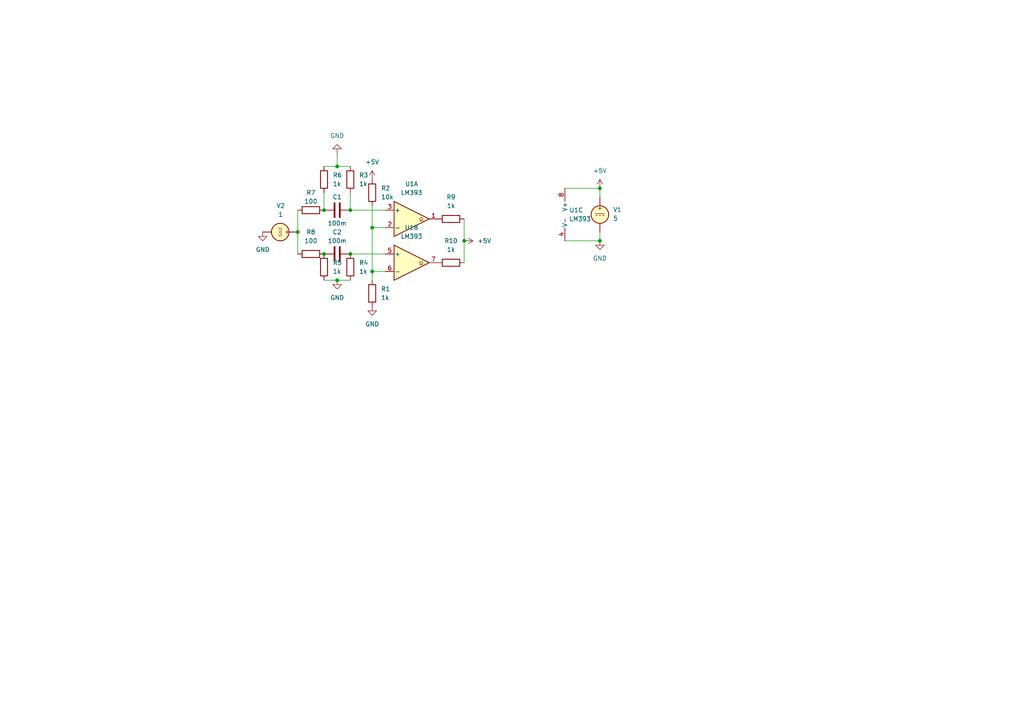
<source format=kicad_sch>
(kicad_sch (version 20230121) (generator eeschema)
  (paper "A4")
  (lib_symbols
    (symbol "Comparator:LM393" (pin_names (offset 0.127))
      (property "Reference" "U" (at 3.81 3.81 0))
      (property "Value" "LM393" (at 6.35 -3.81 0))
      (symbol "LM393_1_1"
        (polyline (pts (xy -5.08 5.08) (xy 5.08 0) (xy -5.08 -5.08) (xy -5.08 5.08)) (stroke (width 0.254)) (fill (type background)))
        (polyline (pts (xy 3.302 -0.508) (xy 2.794 -0.508) (xy 3.302 0) (xy 2.794 0.508) (xy 2.286 0) (xy 2.794 -0.508) (xy 2.286 -0.508)) (stroke (width 0.127)))
        (pin open_collector line (at 7.62 0 180) (length 2.54) (name "~") (number "1"))
        (pin input line (at -7.62 -2.54 0) (length 2.54) (name "-") (number "2"))
        (pin input line (at -7.62 2.54 0) (length 2.54) (name "+") (number "3"))
      )
      (symbol "LM393_2_1"
        (polyline (pts (xy -5.08 5.08) (xy 5.08 0) (xy -5.08 -5.08) (xy -5.08 5.08)) (stroke (width 0.254)) (fill (type background)))
        (polyline (pts (xy 3.302 -0.508) (xy 2.794 -0.508) (xy 3.302 0) (xy 2.794 0.508) (xy 2.286 0) (xy 2.794 -0.508) (xy 2.286 -0.508)) (stroke (width 0.127)))
        (pin input line (at -7.62 2.54 0) (length 2.54) (name "+") (number "5"))
        (pin input line (at -7.62 -2.54 0) (length 2.54) (name "-") (number "6"))
        (pin open_collector line (at 7.62 0 180) (length 2.54) (name "~") (number "7"))
      )
      (symbol "LM393_3_1"
        (pin power_in line (at -2.54 -7.62 90) (length 3.81) (name "V-") (number "4"))
        (pin power_in line (at -2.54 7.62 270) (length 3.81) (name "V+") (number "8"))
      )
    )
    (symbol "Device:C" (pin_numbers hide) (pin_names (offset 0.254))
      (property "Reference" "C" (at 0.635 2.54 0))
      (property "Value" "C" (at 0.635 -2.54 0))
      (symbol "C_0_1"
        (polyline (pts (xy -2.032 -0.762) (xy 2.032 -0.762)) (stroke (width 0.508)))
        (polyline (pts (xy -2.032 0.762) (xy 2.032 0.762)) (stroke (width 0.508)))
      )
      (symbol "C_1_1"
        (pin passive line (at 0 3.81 270) (length 2.794) (name "~") (number "1"))
        (pin passive line (at 0 -3.81 90) (length 2.794) (name "~") (number "2"))
      )
    )
    (symbol "Device:R" (pin_numbers hide) (pin_names (offset 0))
      (property "Reference" "R" (at 2.032 0 90))
      (property "Value" "R" (at 0 0 90))
      (symbol "R_0_1"
        (rectangle (start -1.016 -2.54) (end 1.016 2.54) (stroke (width 0.254)))
      )
      (symbol "R_1_1"
        (pin passive line (at 0 3.81 270) (length 1.27) (name "~") (number "1"))
        (pin passive line (at 0 -3.81 90) (length 1.27) (name "~") (number "2"))
      )
    )
    (symbol "Simulation_SPICE:VDC" (pin_numbers hide) (pin_names (offset 0.0254))
      (property "Reference" "V" (at 2.54 2.54 0))
      (property "Value" "1" (at 2.54 0 0))
      (symbol "VDC_0_0"
        (polyline (pts (xy -1.27 0.254) (xy 1.27 0.254)))
        (polyline (pts (xy -0.762 -0.254) (xy -1.27 -0.254)))
        (polyline (pts (xy 0.254 -0.254) (xy -0.254 -0.254)))
        (polyline (pts (xy 1.27 -0.254) (xy 0.762 -0.254)))
        (text "+" (at 0 1.905 0) (effects (font (size 1.27 1.27))))
      )
      (symbol "VDC_0_1"
        (circle (center 0 0) (radius 2.54) (stroke (width 0.254)) (fill (type background)))
      )
      (symbol "VDC_1_1"
        (pin passive line (at 0 5.08 270) (length 2.54) (name "~") (number "1"))
        (pin passive line (at 0 -5.08 90) (length 2.54) (name "~") (number "2"))
      )
    )
    (symbol "power:+5V" (power) (pin_names (offset 0))
      (property "Value" "+5V" (at 0 3.556 0))
      (symbol "+5V_0_1"
        (polyline (pts (xy -0.762 1.27) (xy 0 2.54)))
        (polyline (pts (xy 0 0) (xy 0 2.54)))
        (polyline (pts (xy 0 2.54) (xy 0.762 1.27)))
      )
      (symbol "+5V_1_1"
        (pin power_in line (at 0 0 90) (length 0) hide (name "+5V") (number "1"))
      )
    )
    (symbol "power:GND" (power) (pin_names (offset 0))
      (property "Value" "GND" (at 0 -3.81 0))
      (symbol "GND_0_1"
        (polyline (pts (xy 0 0) (xy 0 -1.27) (xy 1.27 -1.27) (xy 0 -2.54) (xy -1.27 -1.27) (xy 0 -1.27)))
      )
      (symbol "GND_1_1"
        (pin power_in line (at 0 0 270) (length 0) hide (name "GND") (number "1"))
      )
    )
  )
  (junction (at 134.62 69.85))
  (junction (at 86.36 67.31))
  (junction (at 93.98 73.66))
  (junction (at 173.99 54.61))
  (junction (at 97.79 81.28))
  (junction (at 101.6 60.96))
  (junction (at 107.95 66.04))
  (junction (at 93.98 60.96))
  (junction (at 97.79 48.26))
  (junction (at 101.6 73.66))
  (junction (at 173.99 69.85))
  (junction (at 107.95 78.74))
  (wire (pts (xy 101.6 60.96) (xy 111.76 60.96)))
  (wire (pts (xy 97.79 81.28) (xy 101.6 81.28)))
  (wire (pts (xy 173.99 54.61) (xy 173.99 57.15)))
  (wire (pts (xy 163.83 54.61) (xy 173.99 54.61)))
  (wire (pts (xy 93.98 55.88) (xy 93.98 60.96)))
  (wire (pts (xy 93.98 81.28) (xy 97.79 81.28)))
  (wire (pts (xy 97.79 48.26) (xy 101.6 48.26)))
  (wire (pts (xy 134.62 69.85) (xy 134.62 76.2)))
  (wire (pts (xy 97.79 44.45) (xy 97.79 48.26)))
  (wire (pts (xy 134.62 63.5) (xy 134.62 69.85)))
  (wire (pts (xy 173.99 69.85) (xy 173.99 67.31)))
  (wire (pts (xy 86.36 67.31) (xy 86.36 73.66)))
  (wire (pts (xy 111.76 66.04) (xy 107.95 66.04)))
  (wire (pts (xy 101.6 55.88) (xy 101.6 60.96)))
  (wire (pts (xy 107.95 81.28) (xy 107.95 78.74)))
  (wire (pts (xy 101.6 73.66) (xy 111.76 73.66)))
  (wire (pts (xy 163.83 69.85) (xy 173.99 69.85)))
  (wire (pts (xy 107.95 78.74) (xy 111.76 78.74)))
  (wire (pts (xy 107.95 66.04) (xy 107.95 78.74)))
  (wire (pts (xy 93.98 48.26) (xy 97.79 48.26)))
  (wire (pts (xy 107.95 59.69) (xy 107.95 66.04)))
  (wire (pts (xy 86.36 60.96) (xy 86.36 67.31)))
  (symbol (lib_id "Device:C") (at 97.79 60.96 270) (unit 1)
    (property "Reference" "C1" (at 97.79 57.15 90))
    (property "Value" "100m" (at 97.79 64.77 90))
  )
  (symbol (lib_id "Device:R") (at 101.6 77.47 0) (unit 1)
    (property "Reference" "R4" (at 104.14 76.2 0) (effects (justify left)))
    (property "Value" "1k" (at 104.14 78.74 0) (effects (justify left)))
  )
  (symbol (lib_id "Device:R") (at 130.81 63.5 90) (unit 1)
    (property "Reference" "R9" (at 130.81 57.15 90))
    (property "Value" "1k" (at 130.81 59.69 90))
  )
  (symbol (lib_id "Simulation_SPICE:VDC") (at 173.99 62.23 0) (unit 1)
    (property "Reference" "V1" (at 177.8 60.8302 0) (effects (justify left)))
    (property "Value" "5" (at 177.8 63.3702 0) (effects (justify left)))
    (property "Sim.Pins" "1=+ 2=-" (effects hide))
    (property "Sim.Type" "DC" (effects hide))
    (property "Sim.Device" "V" (effects hide))
  )
  (symbol (lib_id "Device:R") (at 130.81 76.2 90) (unit 1)
    (property "Reference" "R10" (at 130.81 69.85 90))
    (property "Value" "1k" (at 130.81 72.39 90))
  )
  (symbol (lib_id "power:GND") (at 97.79 44.45 180) (unit 1)
    (property "Reference" "#PWR07" (effects hide))
    (property "Value" "GND" (at 97.79 39.37 0))
  )
  (symbol (lib_id "power:+5V") (at 173.99 54.61 0) (unit 1)
    (property "Reference" "#PWR02" (effects hide))
    (property "Value" "+5V" (at 173.99 49.53 0))
  )
  (symbol (lib_id "power:+5V") (at 107.95 52.07 0) (unit 1)
    (property "Reference" "#PWR04" (effects hide))
    (property "Value" "+5V" (at 107.95 46.99 0))
  )
  (symbol (lib_id "Comparator:LM393") (at 119.38 63.5 0) (unit 1)
    (property "Reference" "U1" (at 119.38 53.34 0))
    (property "Value" "LM393" (at 119.38 55.88 0))
    (property "Datasheet" "http://www.ti.com/lit/ds/symlink/lm393.pdf" (effects hide))
  )
  (symbol (lib_id "Device:R") (at 107.95 55.88 0) (unit 1)
    (property "Reference" "R2" (at 110.49 54.61 0) (effects (justify left)))
    (property "Value" "10k" (at 110.49 57.15 0) (effects (justify left)))
  )
  (symbol (lib_id "Device:R") (at 90.17 73.66 90) (unit 1)
    (property "Reference" "R8" (at 90.17 67.31 90))
    (property "Value" "100" (at 90.17 69.85 90))
  )
  (symbol (lib_id "Device:R") (at 90.17 60.96 90) (unit 1)
    (property "Reference" "R7" (at 90.17 55.88 90))
    (property "Value" "100" (at 90.17 58.42 90))
  )
  (symbol (lib_id "power:GND") (at 76.2 67.31 0) (unit 1)
    (property "Reference" "#PWR05" (effects hide))
    (property "Value" "GND" (at 76.2 72.39 0))
  )
  (symbol (lib_id "Comparator:LM393") (at 166.37 62.23 0) (unit 3)
    (property "Reference" "U1" (at 165.1 60.96 0) (effects (justify left)))
    (property "Value" "LM393" (at 165.1 63.5 0) (effects (justify left)))
    (property "Datasheet" "http://www.ti.com/lit/ds/symlink/lm393.pdf" (effects hide))
  )
  (symbol (lib_id "Comparator:LM393") (at 119.38 76.2 0) (unit 2)
    (property "Reference" "U1" (at 119.38 66.04 0))
    (property "Value" "LM393" (at 119.38 68.58 0))
    (property "Datasheet" "http://www.ti.com/lit/ds/symlink/lm393.pdf" (effects hide))
  )
  (symbol (lib_id "Device:R") (at 93.98 77.47 0) (unit 1)
    (property "Reference" "R5" (at 96.52 76.2 0) (effects (justify left)))
    (property "Value" "1k" (at 96.52 78.74 0) (effects (justify left)))
  )
  (symbol (lib_id "power:GND") (at 97.79 81.28 0) (unit 1)
    (property "Reference" "#PWR06" (effects hide))
    (property "Value" "GND" (at 97.79 86.36 0))
  )
  (symbol (lib_id "Device:R") (at 101.6 52.07 0) (unit 1)
    (property "Reference" "R3" (at 104.14 50.8 0) (effects (justify left)))
    (property "Value" "1k" (at 104.14 53.34 0) (effects (justify left)))
  )
  (symbol (lib_id "power:GND") (at 107.95 88.9 0) (unit 1)
    (property "Reference" "#PWR03" (effects hide))
    (property "Value" "GND" (at 107.95 93.98 0))
  )
  (symbol (lib_id "power:GND") (at 173.99 69.85 0) (unit 1)
    (property "Reference" "#PWR01" (effects hide))
    (property "Value" "GND" (at 173.99 74.93 0))
  )
  (symbol (lib_id "Device:R") (at 107.95 85.09 0) (unit 1)
    (property "Reference" "R1" (at 110.49 83.82 0) (effects (justify left)))
    (property "Value" "1k" (at 110.49 86.36 0) (effects (justify left)))
  )
  (symbol (lib_id "Device:C") (at 97.79 73.66 270) (unit 1)
    (property "Reference" "C2" (at 97.79 67.31 90))
    (property "Value" "100m" (at 97.79 69.85 90))
  )
  (symbol (lib_id "power:+5V") (at 134.62 69.85 270) (unit 1)
    (property "Reference" "#PWR08" (effects hide))
    (property "Value" "+5V" (at 138.43 69.85 90) (effects (justify left)))
  )
  (symbol (lib_id "Device:R") (at 93.98 52.07 0) (unit 1)
    (property "Reference" "R6" (at 96.52 50.8 0) (effects (justify left)))
    (property "Value" "1k" (at 96.52 53.34 0) (effects (justify left)))
  )
  (symbol (lib_id "Simulation_SPICE:VDC") (at 81.28 67.31 270) (unit 1)
    (property "Reference" "V2" (at 81.4098 59.69 90))
    (property "Value" "1" (at 81.4098 62.23 90))
    (property "Sim.Pins" "1=+ 2=-" (effects hide))
    (property "Sim.Type" "DC" (effects hide))
    (property "Sim.Device" "V" (effects hide))
  )
)
</source>
